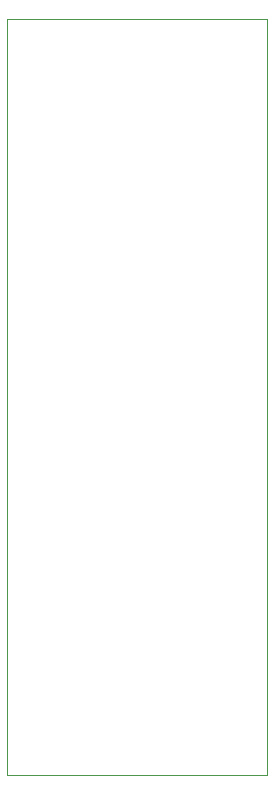
<source format=gbr>
%TF.GenerationSoftware,Altium Limited,Altium Designer,22.10.1 (41)*%
G04 Layer_Color=0*
%FSLAX45Y45*%
%MOMM*%
%TF.SameCoordinates,F1D13F34-3715-448E-B12D-83C564530F5A*%
%TF.FilePolarity,Positive*%
%TF.FileFunction,Profile,NP*%
%TF.Part,Single*%
G01*
G75*
%TA.AperFunction,Profile*%
%ADD70C,0.02540*%
D70*
X2915000Y1245000D02*
X5115000D01*
Y7645000D01*
X2915000D01*
Y1245000D01*
%TF.MD5,118db4cb6ee73e88048835a9e8c37b16*%
M02*

</source>
